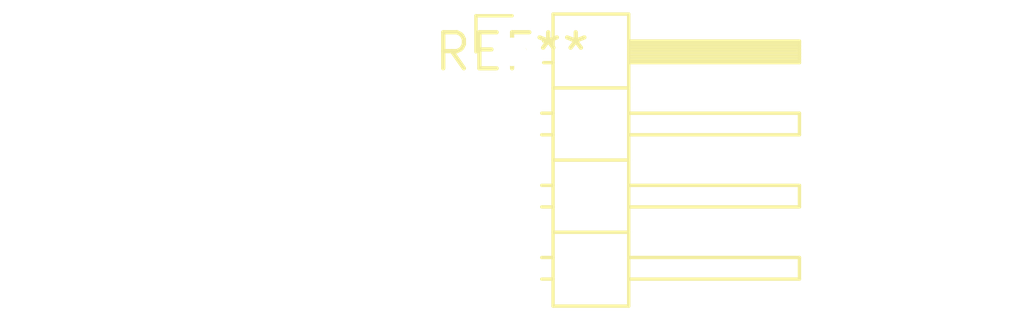
<source format=kicad_pcb>
(kicad_pcb (version 20240108) (generator pcbnew)
  (layers (0 "F.Cu" signal) (31 "B.Cu" signal) (34 "B.Paste" user) (35 "F.Paste" user) (36 "B.SilkS" user "B.Silkscreen") (37 "F.SilkS" user "F.Silkscreen") (38 "B.Mask" user) (39 "F.Mask" user) (44 "Edge.Cuts" user))
  (net 0 "")
  (footprint "PinHeader_1x04_P2.54mm_Horizontal" (layer "F.Cu") (at 0 0)
    (property "Reference" "REF**")
    (property "Value" "PinHeader_1x04_P2.54mm_Horizontal")
    (fp_line (start -1.27 -1.27) (end 0 -1.27) (layer "F.SilkS") (stroke (width 0.12)))
    (fp_line (start -1.27 0) (end -1.27 -1.27) (layer "F.SilkS") (stroke (width 0.12)))
    (fp_line (start 1.042929 2.16) (end 1.44 2.16) (layer "F.SilkS") (stroke (width 0.12)))
    (fp_line (start 1.042929 2.92) (end 1.44 2.92) (layer "F.SilkS") (stroke (width 0.12)))
    (fp_line (start 1.042929 4.7) (end 1.44 4.7) (layer "F.SilkS") (stroke (width 0.12)))
    (fp_line (start 1.042929 5.46) (end 1.44 5.46) (layer "F.SilkS") (stroke (width 0.12)))
    (fp_line (start 1.042929 7.24) (end 1.44 7.24) (layer "F.SilkS") (stroke (width 0.12)))
    (fp_line (start 1.042929 8) (end 1.44 8) (layer "F.SilkS") (stroke (width 0.12)))
    (fp_line (start 1.11 -0.38) (end 1.44 -0.38) (layer "F.SilkS") (stroke (width 0.12)))
    (fp_line (start 1.11 0.38) (end 1.44 0.38) (layer "F.SilkS") (stroke (width 0.12)))
    (fp_line (start 1.44 -1.33) (end 1.44 8.95) (layer "F.SilkS") (stroke (width 0.12)))
    (fp_line (start 1.44 1.27) (end 4.1 1.27) (layer "F.SilkS") (stroke (width 0.12)))
    (fp_line (start 1.44 3.81) (end 4.1 3.81) (layer "F.SilkS") (stroke (width 0.12)))
    (fp_line (start 1.44 6.35) (end 4.1 6.35) (layer "F.SilkS") (stroke (width 0.12)))
    (fp_line (start 1.44 8.95) (end 4.1 8.95) (layer "F.SilkS") (stroke (width 0.12)))
    (fp_line (start 4.1 -1.33) (end 1.44 -1.33) (layer "F.SilkS") (stroke (width 0.12)))
    (fp_line (start 4.1 -0.38) (end 10.1 -0.38) (layer "F.SilkS") (stroke (width 0.12)))
    (fp_line (start 4.1 -0.32) (end 10.1 -0.32) (layer "F.SilkS") (stroke (width 0.12)))
    (fp_line (start 4.1 -0.2) (end 10.1 -0.2) (layer "F.SilkS") (stroke (width 0.12)))
    (fp_line (start 4.1 -0.08) (end 10.1 -0.08) (layer "F.SilkS") (stroke (width 0.12)))
    (fp_line (start 4.1 0.04) (end 10.1 0.04) (layer "F.SilkS") (stroke (width 0.12)))
    (fp_line (start 4.1 0.16) (end 10.1 0.16) (layer "F.SilkS") (stroke (width 0.12)))
    (fp_line (start 4.1 0.28) (end 10.1 0.28) (layer "F.SilkS") (stroke (width 0.12)))
    (fp_line (start 4.1 2.16) (end 10.1 2.16) (layer "F.SilkS") (stroke (width 0.12)))
    (fp_line (start 4.1 4.7) (end 10.1 4.7) (layer "F.SilkS") (stroke (width 0.12)))
    (fp_line (start 4.1 7.24) (end 10.1 7.24) (layer "F.SilkS") (stroke (width 0.12)))
    (fp_line (start 4.1 8.95) (end 4.1 -1.33) (layer "F.SilkS") (stroke (width 0.12)))
    (fp_line (start 10.1 -0.38) (end 10.1 0.38) (layer "F.SilkS") (stroke (width 0.12)))
    (fp_line (start 10.1 0.38) (end 4.1 0.38) (layer "F.SilkS") (stroke (width 0.12)))
    (fp_line (start 10.1 2.16) (end 10.1 2.92) (layer "F.SilkS") (stroke (width 0.12)))
    (fp_line (start 10.1 2.92) (end 4.1 2.92) (layer "F.SilkS") (stroke (width 0.12)))
    (fp_line (start 10.1 4.7) (end 10.1 5.46) (layer "F.SilkS") (stroke (width 0.12)))
    (fp_line (start 10.1 5.46) (end 4.1 5.46) (layer "F.SilkS") (stroke (width 0.12)))
    (fp_line (start 10.1 7.24) (end 10.1 8) (layer "F.SilkS") (stroke (width 0.12)))
    (fp_line (start 10.1 8) (end 4.1 8) (layer "F.SilkS") (stroke (width 0.12)))
    (pad "1" thru_hole rect (at 0 0) (size 1.7 1.7) (drill 1) (layers *.Cu *.Mask) (remove_unused_layers))
    (pad "2" thru_hole oval (at 0 2.54) (size 1.7 1.7) (drill 1) (layers *.Cu *.Mask) (remove_unused_layers))
    (pad "3" thru_hole oval (at 0 5.08) (size 1.7 1.7) (drill 1) (layers *.Cu *.Mask) (remove_unused_layers))
    (pad "4" thru_hole oval (at 0 7.62) (size 1.7 1.7) (drill 1) (layers *.Cu *.Mask) (remove_unused_layers))
  )
)
</source>
